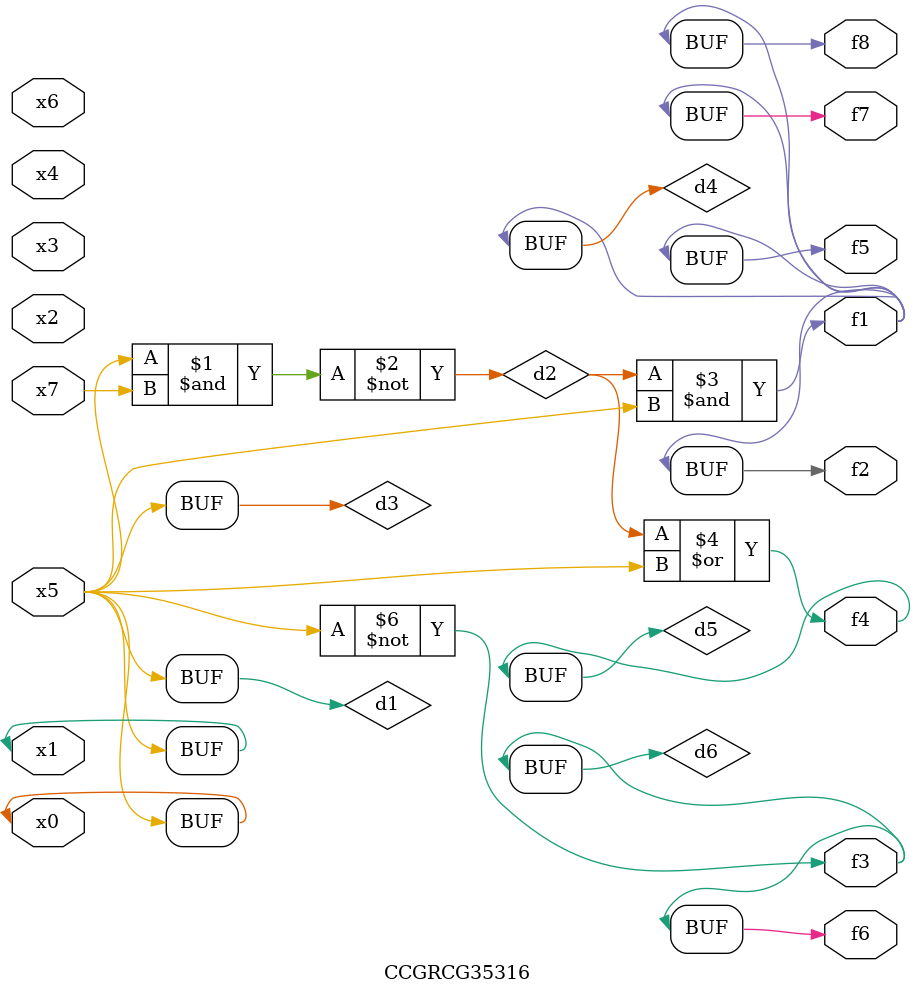
<source format=v>
module CCGRCG35316(
	input x0, x1, x2, x3, x4, x5, x6, x7,
	output f1, f2, f3, f4, f5, f6, f7, f8
);

	wire d1, d2, d3, d4, d5, d6;

	buf (d1, x0, x5);
	nand (d2, x5, x7);
	buf (d3, x0, x1);
	and (d4, d2, d3);
	or (d5, d2, d3);
	nor (d6, d1, d3);
	assign f1 = d4;
	assign f2 = d4;
	assign f3 = d6;
	assign f4 = d5;
	assign f5 = d4;
	assign f6 = d6;
	assign f7 = d4;
	assign f8 = d4;
endmodule

</source>
